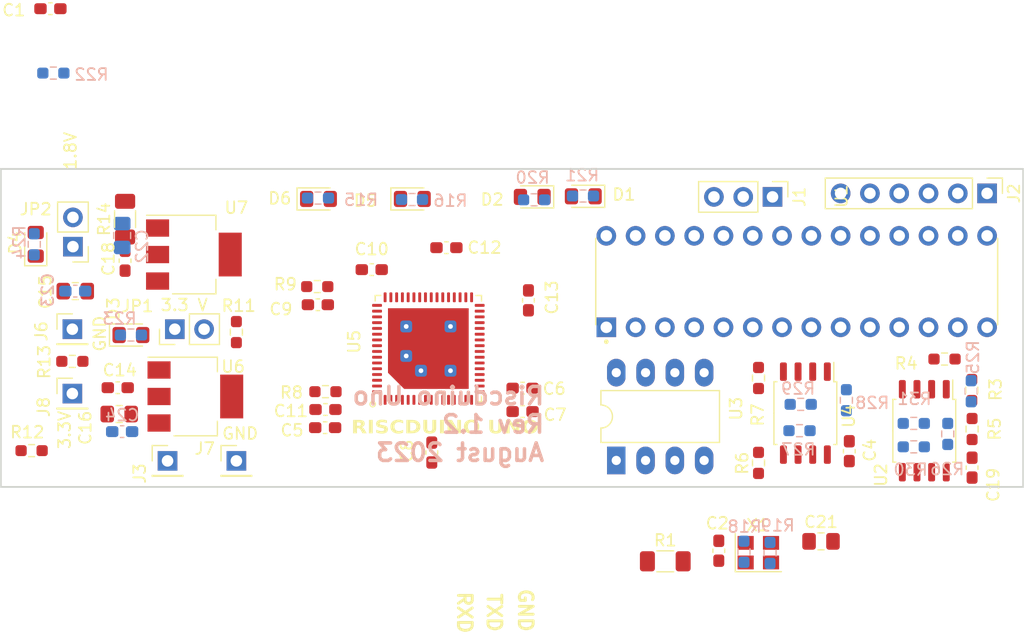
<source format=kicad_pcb>
(kicad_pcb (version 20221018) (generator pcbnew)
  (title_block (date "2023-07-21") (rev "1.0.2"))
  (layers (0 "F.Cu" jumper) (31 "B.Cu" signal) (34 "B.Paste" user) (35 "F.Paste" user) (36 "B.SilkS" user "B.Silkscreen") (37 "F.SilkS" user "F.Silkscreen") (38 "B.Mask" user) (39 "F.Mask" user) (44 "Edge.Cuts" user))
  (net 0 "")
  (net 1 "+5V")
  (net 2 "GND")
  (net 3 "+3.3VP")
  (net 4 "+3.3V")
  (net 7 "Net-(U7-VI)")
  (net 8 "ISP_MISO")
  (net 9 "ISP_SCK")
  (net 10 "ISP_MOSI")
  (net 11 "ISP_SSN")
  (net 12 "gpio")
  (net 13 "xclk")
  (net 14 "~{RST}")
  (net 15 "mprj_io_11")
  (net 16 "ardunio_a0")
  (net 17 "ardunio_a1")
  (net 18 "ardunio_a2")
  (net 19 "ardunio_a3")
  (net 20 "ardunio_a4")
  (net 21 "ardunio_a5")
  (net 22 "ardunio_d7")
  (net 23 "ardunio_d6")
  (net 24 "ardunio_d5")
  (net 25 "ardunio_d4")
  (net 26 "ardunio_d3")
  (net 27 "ardunio_d2")
  (net 28 "ardunio_d1")
  (net 29 "ardunio_d0")
  (net 30 "mprj_io_12")
  (net 31 "ardunio_d13")
  (net 32 "ardunio_d12")
  (net 33 "ardunio_d11")
  (net 34 "ardunio_d10")
  (net 35 "ardunio_d9")
  (net 36 "ardunio_d8")
  (net 38 "CARAVEL_FLASH_IO3")
  (net 39 "USER_FLASH_IO3")
  (net 40 "CARAVEL_FLASH_IO2")
  (net 41 "USER_FLASH_IO2")
  (net 42 "CARAVEL_FLASH_IO1")
  (net 43 "USER_FLASH_IO1")
  (net 44 "CARAVEL_FLASH_IO0")
  (net 45 "USER_FLASH_IO0")
  (net 46 "CARAVEL_FLASH_SCK")
  (net 47 "USER_FLASH_SCK")
  (net 48 "CARAVEL_FLASH_SSN")
  (net 49 "USER_FLASH_SSN")
  (net 50 "USER_SRAM_SSN")
  (net 51 "mprj_io_30")
  (net 52 "mprj_io_32")
  (net 53 "mprj_io_37")
  (net 54 "mprj_io_0")
  (net 55 "mprj_io_5_ser_rx")
  (net 56 "+1V8")
  (net 57 "Net-(X1-EN)")
  (net 58 "/vccd2")
  (net 59 "/vccd1")
  (net 61 "/vccd0")
  (net 62 "Net-(D1-A)")
  (net 63 "Net-(D2-A)")
  (net 64 "Net-(D3-A)")
  (net 65 "Net-(D4-A)")
  (net 66 "Net-(D5-A)")
  (net 67 "Net-(D6-A)")
  (net 69 "Net-(U7-ADJ)")
  (net 72 "Net-(U1-GND-Pad22)")
  (net 82 "/+1.8VP")
  (footprint "Connector_PinHeader_2.54mm:PinHeader_1x01_P2.54mm_Vertical" (layer "F.Cu") (at 57.3024 89.5858)
    (fp_text reference "J6" (at -2.6924 0.1778 90) (layer "F.SilkS") (effects (font (size 1.016 1.016) (thickness 0.1524))))
    (fp_text value "Conn_01x01" hide)
    (pad "1" thru_hole rect (at 0 0) (size 1.7 1.7) (drill 1) (layers "*.Cu" "*.Mask") (net 2 "GND"))
  )
  (footprint "Package_TO_SOT_SMD:SOT-223-3_TabPin2" (layer "F.Cu") (at 67.9704 95.4278)
    (fp_text reference "U6" (at 3.2766 -2.5908) (layer "F.SilkS") (effects (font (size 1.016 1.016) (thickness 0.1524))))
    (fp_text value "LM1117MP-3.3" hide)
    (pad "1" smd rect (at -3.15 -2.3) (size 2 1.5) (layers "F.Cu" "F.Paste" "F.Mask") (net 2 "GND"))
    (pad "2" smd rect (at -3.15 0) (size 2 1.5) (layers "F.Cu" "F.Paste" "F.Mask") (net 3 "+3.3VP"))
    (pad "2" smd rect (at 3.15 0) (size 2 3.8) (layers "F.Cu" "F.Paste" "F.Mask") (net 3 "+3.3VP"))
    (pad "3" smd rect (at -3.15 2.3) (size 2 1.5) (layers "F.Cu" "F.Paste" "F.Mask") (net 1 "+5V"))
  )
  (footprint "Resistor_SMD:R_1206_3216Metric_Pad1.30x1.75mm_HandSolder" (layer "F.Cu") (at 108.7198 109.7315)
    (fp_text reference "R1" (at 0 -1.82) (layer "F.SilkS"))
    (fp_text value "R")
    (pad "1" smd roundrect (at -1.55 0) (size 1.3 1.75) (layers "F.Cu" "F.Paste" "F.Mask") (roundrect_rratio 0.192308) (net 69 "Net-(U7-ADJ)"))
    (pad "2" smd roundrect (at 1.55 0) (size 1.3 1.75) (layers "F.Cu" "F.Paste" "F.Mask") (roundrect_rratio 0.192308) (net 2 "GND"))
  )
  (footprint "Package_SO:SOIC-8_5.23x5.23mm_P1.27mm" (layer "F.Cu") (at 131.181 98.3987 -90)
    (fp_text reference "U2" (at 3.8384 3.7554 90) (layer "F.SilkS") (effects (font (size 1.016 1.016) (thickness 0.1524))))
    (fp_text value "W25Q32JVSS" hide)
    (pad "1" smd roundrect (at -3.6 -1.905 270) (size 1.6 0.6) (layers "F.Cu" "F.Paste" "F.Mask") (net 49 "USER_FLASH_SSN"))
    (pad "2" smd roundrect (at -3.6 -0.635 270) (size 1.6 0.6) (layers "F.Cu" "F.Paste" "F.Mask") (net 43 "USER_FLASH_IO1"))
    (pad "3" smd roundrect (at -3.6 0.635 270) (size 1.6 0.6) (layers "F.Cu" "F.Paste" "F.Mask") (net 41 "USER_FLASH_IO2"))
    (pad "4" smd roundrect (at -3.6 1.905 270) (size 1.6 0.6) (layers "F.Cu" "F.Paste" "F.Mask") (net 2 "GND"))
    (pad "5" smd roundrect (at 3.6 1.905 270) (size 1.6 0.6) (layers "F.Cu" "F.Paste" "F.Mask") (net 45 "USER_FLASH_IO0"))
    (pad "6" smd roundrect (at 3.6 0.635 270) (size 1.6 0.6) (layers "F.Cu" "F.Paste" "F.Mask") (net 47 "USER_FLASH_SCK"))
    (pad "7" smd roundrect (at 3.6 -0.635 270) (size 1.6 0.6) (layers "F.Cu" "F.Paste" "F.Mask") (net 39 "USER_FLASH_IO3"))
    (pad "8" smd roundrect (at 3.6 -1.905 270) (size 1.6 0.6) (layers "F.Cu" "F.Paste" "F.Mask") (net 4 "+3.3V"))
  )
  (footprint "Package_TO_SOT_SMD:SOT-223-3_TabPin2" (layer "F.Cu") (at 67.8434 83.1088)
    (fp_text reference "U7" (at 3.683 -4.064) (layer "F.SilkS") (effects (font (size 1.016 1.016) (thickness 0.1524))))
    (fp_text value "LM1117S-ADJ" hide)
    (pad "1" smd rect (at -3.15 -2.3) (size 2 1.5) (layers "F.Cu" "F.Paste" "F.Mask") (net 69 "Net-(U7-ADJ)"))
    (pad "2" smd rect (at -3.15 0) (size 2 1.5) (layers "F.Cu" "F.Paste" "F.Mask") (net 82 "/+1.8VP"))
    (pad "2" smd rect (at 3.15 0) (size 2 3.8) (layers "F.Cu" "F.Paste" "F.Mask") (net 82 "/+1.8VP"))
    (pad "3" smd rect (at -3.15 2.3) (size 2 1.5) (layers "F.Cu" "F.Paste" "F.Mask") (net 7 "Net-(U7-VI)"))
  )
  (footprint "Connector_PinHeader_2.54mm:PinHeader_1x02_P2.54mm_Vertical" (layer "F.Cu") (at 66.1874 89.5858 90)
    (fp_text reference "JP1" (at 2.0066 -3.2462 180) (layer "F.SilkS") (effects (font (size 1.016 1.016) (thickness 0.1524))))
    (fp_text value "Jumper_2" hide)
    (pad "1" thru_hole rect (at 0 0 90) (size 1.7 1.7) (drill 1) (layers "*.Cu" "*.Mask") (net 3 "+3.3VP"))
    (pad "2" thru_hole oval (at 0 2.54 90) (size 1.7 1.7) (drill 1) (layers "*.Cu" "*.Mask") (net 4 "+3.3V"))
  )
  (footprint "Capacitor_SMD:C_0603_1608Metric_Pad1.08x0.95mm_HandSolder" (layer "F.Cu") (at 113.3602 108.8147 -90)
    (fp_text reference "C2" (at -2.3865 0.127 -180) (layer "F.SilkS") (effects (font (size 1.016 1.016) (thickness 0.1524))))
    (fp_text value "0.1uF" hide)
    (pad "1" smd roundrect (at -0.8625 0 270) (size 1.075 0.95) (layers "F.Cu" "F.Paste" "F.Mask") (net 4 "+3.3V"))
    (pad "2" smd roundrect (at 0.8625 0 270) (size 1.075 0.95) (layers "F.Cu" "F.Paste" "F.Mask") (net 2 "GND"))
  )
  (footprint "Connector_PinHeader_2.54mm:PinHeader_1x02_P2.54mm_Vertical" (layer "F.Cu") (at 57.3532 82.423 180)
    (fp_text reference "JP2" (at 3.2258 3.2512) (layer "F.SilkS") (effects (font (size 1.016 1.016) (thickness 0.1524))))
    (fp_text value "Jumper_2" hide)
    (pad "1" thru_hole rect (at 0 0 180) (size 1.7 1.7) (drill 1) (layers "*.Cu" "*.Mask") (net 82 "/+1.8VP"))
    (pad "2" thru_hole oval (at 0 2.54 180) (size 1.7 1.7) (drill 1) (layers "*.Cu" "*.Mask") (net 56 "+1V8"))
  )
  (footprint "Capacitor_SMD:C_0805_2012Metric_Pad1.18x1.45mm_HandSolder" (layer "F.Cu") (at 61.3664 96.9518 180)
    (fp_text reference "C16" (at 2.9464 -1.1938 90) (layer "F.SilkS") (effects (font (size 1.016 1.016) (thickness 0.1524))))
    (fp_text value "22uF" hide)
    (pad "1" smd roundrect (at -1.0375 0 180) (size 1.175 1.45) (layers "F.Cu" "F.Paste" "F.Mask") (roundrect_rratio 0.2127659574) (net 3 "+3.3VP"))
    (pad "2" smd roundrect (at 1.0375 0 180) (size 1.175 1.45) (layers "F.Cu" "F.Paste" "F.Mask") (roundrect_rratio 0.2127659574) (net 2 "GND"))
  )
  (footprint "Connector_PinHeader_2.54mm:PinHeader_1x01_P2.54mm_Vertical" (layer "F.Cu") (at 71.5264 101.0158)
    (fp_text reference "J7" (at -2.7432 -1.0668 180) (layer "F.SilkS") (effects (font (size 1.016 1.016) (thickness 0.1524))))
    (fp_text value "Conn_01x01" hide)
    (pad "1" thru_hole rect (at 0 0) (size 1.7 1.7) (drill 1) (layers "*.Cu" "*.Mask") (net 2 "GND"))
  )
  (footprint "Capacitor_SMD:C_0603_1608Metric_Pad1.08x0.95mm_HandSolder" (layer "F.Cu") (at 78.5923 87.4648)
    (fp_text reference "C9" (at -3.2015 0.381) (layer "F.SilkS") (effects (font (size 1.016 1.016) (thickness 0.1524))))
    (fp_text value "0.1uf" hide)
    (pad "1" smd roundrect (at -0.8625 0) (size 1.075 0.95) (layers "F.Cu" "F.Paste" "F.Mask") (net 2 "GND"))
    (pad "2" smd roundrect (at 0.8625 0) (size 1.075 0.95) (layers "F.Cu" "F.Paste" "F.Mask") (net 59 "/vccd1"))
  )
  (footprint "Capacitor_SMD:C_0603_1608Metric_Pad1.08x0.95mm_HandSolder" (layer "F.Cu") (at 83.2648 84.4168 180)
    (fp_text reference "C10" (at 0 1.778) (layer "F.SilkS") (effects (font (size 1.016 1.016) (thickness 0.1524))))
    (fp_text value "0.1uf" hide)
    (pad "1" smd roundrect (at -0.8625 0 180) (size 1.075 0.95) (layers "F.Cu" "F.Paste" "F.Mask") (net 4 "+3.3V"))
    (pad "2" smd roundrect (at 0.8625 0 180) (size 1.075 0.95) (layers "F.Cu" "F.Paste" "F.Mask") (net 2 "GND"))
  )
  (footprint "LED_SMD:LED_0805_2012Metric_Pad1.15x1.40mm_HandSolder" (layer "F.Cu") (at 62.3824 90.0938)
    (fp_text reference "D3" (at -1.524 -2.286 -90) (layer "F.SilkS") (effects (font (size 1.016 1.016) (thickness 0.1524))))
    (fp_text value "RED LED" hide)
    (pad "1" smd roundrect (at -1.025 0) (size 1.15 1.4) (layers "F.Cu" "F.Paste" "F.Mask") (roundrect_rratio 0.2173913043) (net 2 "GND"))
    (pad "2" smd roundrect (at 1.025 0) (size 1.15 1.4) (layers "F.Cu" "F.Paste" "F.Mask") (roundrect_rratio 0.2173913043) (net 64 "Net-(D3-A)"))
  )
  (footprint "Capacitor_SMD:C_0805_2012Metric_Pad1.18x1.45mm_HandSolder" (layer "F.Cu") (at 57.5564 86.2838 180)
    (fp_text reference "C15" (at 2.5908 -0.0762 270) (layer "F.SilkS") (effects (font (size 1.016 1.016) (thickness 0.1524))))
    (fp_text value "10uF" hide)
    (pad "1" smd roundrect (at -1.0375 0 180) (size 1.175 1.45) (layers "F.Cu" "F.Paste" "F.Mask") (roundrect_rratio 0.212766) (net 7 "Net-(U7-VI)"))
    (pad "2" smd roundrect (at 1.0375 0 180) (size 1.175 1.45) (layers "F.Cu" "F.Paste" "F.Mask") (roundrect_rratio 0.212766) (net 2 "GND"))
  )
  (footprint "Capacitor_SMD:C_0805_2012Metric_Pad1.18x1.45mm_HandSolder" (layer "F.Cu") (at 122.2248 108.0008)
    (fp_text reference "C21" (at 0 -1.68) (layer "F.SilkS"))
    (fp_text value "10uF")
    (pad "1" smd roundrect (at -1.0375 0) (size 1.175 1.45) (layers "F.Cu" "F.Paste" "F.Mask") (roundrect_rratio 0.212766) (net 1 "+5V"))
    (pad "2" smd roundrect (at 1.0375 0) (size 1.175 1.45) (layers "F.Cu" "F.Paste" "F.Mask") (roundrect_rratio 0.212766) (net 2 "GND"))
  )
  (footprint "LED_SMD:LED_0805_2012Metric_Pad1.15x1.40mm_HandSolder" (layer "F.Cu") (at 101.609 78.0542 180)
    (fp_text reference "D1" (at -3.5306 0.1524) (layer "F.SilkS") (effects (font (size 1.016 1.016) (thickness 0.1524))))
    (fp_text value "GREEN LED" hide)
    (pad "1" smd roundrect (at -1.025 0 180) (size 1.15 1.4) (layers "F.Cu" "F.Paste" "F.Mask") (roundrect_rratio 0.2173913043) (net 27 "ardunio_d2"))
    (pad "2" smd roundrect (at 1.025 0 180) (size 1.15 1.4) (layers "F.Cu" "F.Paste" "F.Mask") (roundrect_rratio 0.2173913043) (net 62 "Net-(D1-A)"))
  )
  (footprint "Capacitor_SMD:C_0603_1608Metric_Pad1.08x0.95mm_HandSolder" (layer "F.Cu") (at 135.325 101.6032 90)
    (fp_text reference "C19" (at -1.4975 1.8288 90) (layer "F.SilkS") (effects (font (size 1.016 1.016) (thickness 0.1524))))
    (fp_text value "0.1uf" hide)
    (pad "1" smd roundrect (at -0.8625 0 90) (size 1.075 0.95) (layers "F.Cu" "F.Paste" "F.Mask") (net 4 "+3.3V"))
    (pad "2" smd roundrect (at 0.8625 0 90) (size 1.075 0.95) (layers "F.Cu" "F.Paste" "F.Mask") (net 2 "GND"))
  )
  (footprint "Capacitor_SMD:C_0603_1608Metric_Pad1.08x0.95mm_HandSolder" (layer "F.Cu") (at 79.2516 96.558 180)
    (fp_text reference "C11" (at 2.9983 -0.127) (layer "F.SilkS") (effects (font (size 1.016 1.016) (thickness 0.1524))))
    (fp_text value "0.1uf" hide)
    (pad "1" smd roundrect (at -0.8625 0 180) (size 1.075 0.95) (layers "F.Cu" "F.Paste" "F.Mask") (net 58 "/vccd2"))
    (pad "2" smd roundrect (at 0.8625 0 180) (size 1.075 0.95) (layers "F.Cu" "F.Paste" "F.Mask") (net 2 "GND"))
  )
  (footprint "Package_SO:SOIC-8_5.23x5.23mm_P1.27mm" (layer "F.Cu") (at 120.8686 96.8717 -90)
    (fp_text reference "U4" (at 0.254 -3.763 90) (layer "F.SilkS") (effects (font (size 1.016 1.016) (thickness 0.1524))))
    (fp_text value "W25Q32JVSS" hide)
    (pad "1" smd roundrect (at -3.6 -1.905 270) (size 1.6 0.6) (layers "F.Cu" "F.Paste" "F.Mask") (net 48 "CARAVEL_FLASH_SSN"))
    (pad "2" smd roundrect (at -3.6 -0.635 270) (size 1.6 0.6) (layers "F.Cu" "F.Paste" "F.Mask") (net 42 "CARAVEL_FLASH_IO1"))
    (pad "3" smd roundrect (at -3.6 0.635 270) (size 1.6 0.6) (layers "F.Cu" "F.Paste" "F.Mask") (net 40 "CARAVEL_FLASH_IO2"))
    (pad "4" smd roundrect (at -3.6 1.905 270) (size 1.6 0.6) (layers "F.Cu" "F.Paste" "F.Mask") (net 2 "GND"))
    (pad "5" smd roundrect (at 3.6 1.905 270) (size 1.6 0.6) (layers "F.Cu" "F.Paste" "F.Mask") (net 44 "CARAVEL_FLASH_IO0"))
    (pad "6" smd roundrect (at 3.6 0.635 270) (size 1.6 0.6) (layers "F.Cu" "F.Paste" "F.Mask") (net 46 "CARAVEL_FLASH_SCK"))
    (pad "7" smd roundrect (at 3.6 -0.635 270) (size 1.6 0.6) (layers "F.Cu" "F.Paste" "F.Mask") (net 38 "CARAVEL_FLASH_IO3"))
    (pad "8" smd roundrect (at 3.6 -1.905 270) (size 1.6 0.6) (layers "F.Cu" "F.Paste" "F.Mask") (net 4 "+3.3V"))
  )
  (footprint "Resistor_SMD:R_0603_1608Metric_Pad0.98x0.95mm_HandSolder" (layer "F.Cu") (at 71.5264 89.8398 90)
    (fp_text reference "R11" (at 2.286 0.2032) (layer "F.SilkS") (effects (font (size 1.016 1.016) (thickness 0.1524))))
    (fp_text value "DNI" hide)
    (pad "1" smd roundrect (at -0.9125 0 90) (size 0.975 0.95) (layers "F.Cu" "F.Paste" "F.Mask") (net 1 "+5V"))
    (pad "2" smd roundrect (at 0.9125 0 90) (size 0.975 0.95) (layers "F.Cu" "F.Paste" "F.Mask") (net 7 "Net-(U7-VI)"))
  )
  (footprint "Connector_PinHeader_2.54mm:PinHeader_1x01_P2.54mm_Vertical" (layer "F.Cu") (at 57.3024 95.1738)
    (fp_text reference "J8" (at -2.4892 1.1684 270) (layer "F.SilkS") (effects (font (size 1.016 1.016) (thickness 0.1524))))
    (fp_text value "Conn_01x01" hide)
    (pad "1" thru_hole rect (at 0 0) (size 1.7 1.7) (drill 1) (layers "*.Cu" "*.Mask") (net 4 "+3.3V"))
  )
  (footprint "Resistor_SMD:R_0603_1608Metric_Pad0.98x0.95mm_HandSolder" (layer "F.Cu") (at 53.7699 100.1268)
    (fp_text reference "R12" (at -0.3791 -1.6002) (layer "F.SilkS") (effects (font (size 1.016 1.016) (thickness 0.1524))))
    (fp_text value "0E" hide)
    (pad "1" smd roundrect (at -0.9125 0) (size 0.975 0.95) (layers "F.Cu" "F.Paste" "F.Mask") (net 61 "/vccd0"))
    (pad "2" smd roundrect (at 0.9125 0) (size 0.975 0.95) (layers "F.Cu" "F.Paste" "F.Mask") (net 56 "+1V8"))
  )
  (footprint "Resistor_SMD:R_0603_1608Metric_Pad0.98x0.95mm_HandSolder" (layer "F.Cu") (at 116.8046 101.1897 90)
    (fp_text reference "R6" (at -0.0254 -1.4186 90) (layer "F.SilkS") (effects (font (size 1.016 1.016) (thickness 0.1524))))
    (fp_text value "10K" hide)
    (pad "1" smd roundrect (at -0.9125 0 90) (size 0.975 0.95) (layers "F.Cu" "F.Paste" "F.Mask") (net 4 "+3.3V"))
    (pad "2" smd roundrect (at 0.9125 0 90) (size 0.975 0.95) (layers "F.Cu" "F.Paste" "F.Mask") (net 42 "CARAVEL_FLASH_IO1"))
  )
  (footprint "Resistor_SMD:R_0603_1608Metric_Pad0.98x0.95mm_HandSolder" (layer "F.Cu") (at 116.8046 93.8237 -90)
    (fp_text reference "R7" (at 3.2004 0.0724 90) (layer "F.SilkS") (effects (font (size 1.016 1.016) (thickness 0.1524))))
    (fp_text value "10K" hide)
    (pad "1" smd roundrect (at -0.9125 0 270) (size 0.975 0.95) (layers "F.Cu" "F.Paste" "F.Mask") (net 4 "+3.3V"))
    (pad "2" smd roundrect (at 0.9125 0 270) (size 0.975 0.95) (layers "F.Cu" "F.Paste" "F.Mask") (net 40 "CARAVEL_FLASH_IO2"))
  )
  (footprint "Capacitor_SMD:C_0603_1608Metric_Pad1.08x0.95mm_HandSolder" (layer "F.Cu") (at 89.7418 82.5118)
    (fp_text reference "C12" (at 3.302 0) (layer "F.SilkS") (effects (font (size 1.016 1.016) (thickness 0.1524))))
    (fp_text value "0.1uf" hide)
    (pad "1" smd roundrect (at -0.8625 0) (size 1.075 0.95) (layers "F.Cu" "F.Paste" "F.Mask") (net 4 "+3.3V"))
    (pad "2" smd roundrect (at 0.8625 0) (size 1.075 0.95) (layers "F.Cu" "F.Paste" "F.Mask") (net 2 "GND"))
  )
  (footprint "Capacitor_SMD:C_0603_1608Metric_Pad1.08x0.95mm_HandSolder" (layer "F.Cu") (at 96.8538 87.0838 -90)
    (fp_text reference "C13" (at -0.254 -2.032 90) (layer "F.SilkS") (effects (font (size 1.016 1.016) (thickness 0.1524))))
    (fp_text value "0.1uf" hide)
    (pad "1" smd roundrect (at -0.8625 0 270) (size 1.075 0.95) (layers "F.Cu" "F.Paste" "F.Mask") (net 4 "+3.3V"))
    (pad "2" smd roundrect (at 0.8625 0 270) (size 1.075 0.95) (layers "F.Cu" "F.Paste" "F.Mask") (net 2 "GND"))
  )
  (footprint "Resistor_SMD:R_0603_1608Metric_Pad0.98x0.95mm_HandSolder" (layer "F.Cu") (at 132.9355 92.1787 180)
    (fp_text reference "R4" (at 3.3255 -0.381) (layer "F.SilkS") (effects (font (size 1.016 1.016) (thickness 0.1524))))
    (fp_text value "10K" hide)
    (pad "1" smd roundrect (at -0.9125 0 180) (size 0.975 0.95) (layers "F.Cu" "F.Paste" "F.Mask") (net 4 "+3.3V"))
    (pad "2" smd roundrect (at 0.9125 0 180) (size 0.975 0.95) (layers "F.Cu" "F.Paste" "F.Mask") (net 38 "CARAVEL_FLASH_IO3"))
  )
  (footprint "Connector_PinHeader_2.54mm:PinHeader_1x01_P2.54mm_Vertical" (layer "F.Cu") (at 65.5574 101.0158)
    (fp_text reference "J3" (at -2.413 1.0922 90) (layer "F.SilkS") (effects (font (size 1.016 1.016) (thickness 0.1524))))
    (fp_text value "Conn_01x01" hide)
    (pad "1" thru_hole rect (at 0 0) (size 1.7 1.7) (drill 1) (layers "*.Cu" "*.Mask") (net 56 "+1V8"))
  )
  (footprint "Package_DIP:DIP-8_W7.62mm_LongPads" (layer "F.Cu") (at 104.4702 100.9772 90)
    (fp_text reference "U3" (at 4.4958 10.3886 90) (layer "F.SilkS") (effects (font (size 1.016 1.016) (thickness 0.1524))))
    (fp_text value "23LC1024-I/P " hide)
    (pad "1" thru_hole rect (at 0 0 90) (size 2.4 1.6) (drill 0.8) (layers "*.Cu" "*.Mask") (net 50 "USER_SRAM_SSN"))
    (pad "2" thru_hole oval (at 0 2.54 90) (size 2.4 1.6) (drill 0.8) (layers "*.Cu" "*.Mask") (net 43 "USER_FLASH_IO1"))
    (pad "3" thru_hole oval (at 0 5.08 90) (size 2.4 1.6) (drill 0.8) (layers "*.Cu" "*.Mask") (net 41 "USER_FLASH_IO2"))
    (pad "4" thru_hole oval (at 0 7.62 90) (size 2.4 1.6) (drill 0.8) (layers "*.Cu" "*.Mask") (net 2 "GND"))
    (pad "5" thru_hole oval (at 7.62 7.62 90) (size 2.4 1.6) (drill 0.8) (layers "*.Cu" "*.Mask") (net 45 "USER_FLASH_IO0"))
    (pad "6" thru_hole oval (at 7.62 5.08 90) (size 2.4 1.6) (drill 0.8) (layers "*.Cu" "*.Mask") (net 47 "USER_FLASH_SCK"))
    (pad "7" thru_hole oval (at 7.62 2.54 90) (size 2.4 1.6) (drill 0.8) (layers "*.Cu" "*.Mask") (net 39 "USER_FLASH_IO3"))
    (pad "8" thru_hole oval (at 7.62 0 90) (size 2.4 1.6) (drill 0.8) (layers "*.Cu" "*.Mask") (net 4 "+3.3V"))
  )
  (footprint "Capacitor_SMD:C_0603_1608Metric_Pad1.08x0.95mm_HandSolder" (layer "F.Cu") (at 79.2251 98.1328)
    (fp_text reference "C5" (at -2.8702 0.2286) (layer "F.SilkS") (effects (font (size 1.016 1.016) (thickness 0.1524))))
    (fp_text value "0.1uf" hide)
    (pad "1" smd roundrect (at -0.8625 0) (size 1.075 0.95) (layers "F.Cu" "F.Paste" "F.Mask") (net 2 "GND"))
    (pad "2" smd roundrect (at 0.8625 0) (size 1.075 0.95) (layers "F.Cu" "F.Paste" "F.Mask") (net 4 "+3.3V"))
  )
  (footprint "Resistor_SMD:R_0603_1608Metric_Pad0.98x0.95mm_HandSolder" (layer "F.Cu") (at 135.2996 94.8692 -90)
    (fp_text reference "R3" (at -0.0478 -2.0612 90) (layer "F.SilkS") (effects (font (size 1.016 1.016) (thickness 0.1524))))
    (fp_text value "10K" hide)
    (pad "1" smd roundrect (at -0.9125 0 270) (size 0.975 0.95) (layers "F.Cu" "F.Paste" "F.Mask") (net 4 "+3.3V"))
    (pad "2" smd roundrect (at 0.9125 0 270) (size 0.975 0.95) (layers "F.Cu" "F.Paste" "F.Mask") (net 39 "USER_FLASH_IO3"))
  )
  (footprint "Capacitor_SMD:C_0603_1608Metric_Pad1.08x0.95mm_HandSolder" (layer "F.Cu") (at 96.3458 94.7038 180)
    (fp_text reference "C6" (at -2.7432 -0.0508) (layer "F.SilkS") (effects (font (size 1.016 1.016) (thickness 0.1524))))
    (fp_text value "0.1uf" hide)
    (pad "1" smd roundrect (at -0.8625 0 180) (size 1.075 0.95) (layers "F.Cu" "F.Paste" "F.Mask") (net 2 "GND"))
    (pad "2" smd roundrect (at 0.8625 0 180) (size 1.075 0.95) (layers "F.Cu" "F.Paste" "F.Mask") (net 61 "/vccd0"))
  )
  (footprint "Riscduino:ATMEG8_28Pin_Jumper" (layer "F.Cu") (at 120.1166 85.4522 90)
    (fp_text reference "U1" (at 7.398 3.8862 90) (layer "F.SilkS"))
    (fp_text value "ATMEGA8-16PU" hide)
    (pad "1" thru_hole rect (at -3.969 -16.51 90) (size 1.7 1.7) (drill 1) (layers "*.Cu" "*.Mask"))
    (pad "2" thru_hole oval (at -3.969 -13.97 90) (size 1.7 1.7) (drill 1) (layers "*.Cu" "*.Mask"))
    (pad "3" thru_hole oval (at -3.969 -11.43 90) (size 1.7 1.7) (drill 1) (layers "*.Cu" "*.Mask"))
    (pad "4" thru_hole oval (at -3.969 -8.89 90) (size 1.7 1.7) (drill 1) (layers "*.Cu" "*.Mask"))
    (pad "5" thru_hole oval (at -3.969 -6.35 90) (size 1.7 1.7) (drill 1) (layers "*.Cu" "*.Mask"))
    (pad "6" thru_hole oval (at -3.969 -3.81 90) (size 1.7 1.7) (drill 1) (layers "*.Cu" "*.Mask"))
    (pad "7" thru_hole oval (at -3.969 -1.27 90) (size 1.7 1.7) (drill 1) (layers "*.Cu" "*.Mask"))
    (pad "8" thru_hole oval (at -3.969 1.27 90) (size 1.7 1.7) (drill 1) (layers "*.Cu" "*.Mask") (net 72 "Net-(U1-GND-Pad22)"))
    (pad "9" thru_hole oval (at -3.969 3.81 90) (size 1.7 1.7) (drill 1) (layers "*.Cu" "*.Mask"))
    (pad "10" thru_hole oval (at -3.969 6.35 90) (size 1.7 1.7) (drill 1) (layers "*.Cu" "*.Mask"))
    (pad "11" thru_hole oval (at -3.969 8.89 90) (size 1.7 1.7) (drill 1) (layers "*.Cu" "*.Mask"))
    (pad "12" thru_hole oval (at -3.969 11.43 90) (size 1.7 1.7) (drill 1) (layers "*.Cu" "*.Mask"))
    (pad "13" thru_hole oval (at -3.969 13.97 90) (size 1.7 1.7) (drill 1) (layers "*.Cu" "*.Mask"))
    (pad "14" thru_hole oval (at -3.969 16.51 90) (size 1.7 1.7) (drill 1) (layers "*.Cu" "*.Mask"))
    (pad "15" thru_hole oval (at 3.969 16.51 90) (size 1.7 1.7) (drill 1) (layers "*.Cu" "*.Mask"))
    (pad "16" thru_hole oval (at 3.969 13.97 90) (size 1.7 1.7) (drill 1) (layers "*.Cu" "*.Mask"))
    (pad "17" thru_hole oval (at 3.969 11.43 90) (size 1.7 1.7) (drill 1) (layers "*.Cu" "*.Mask"))
    (pad "18" thru_hole oval (at 3.969 8.89 90) (size 1.7 1.7) (drill 1) (layers "*.Cu" "*.Mask"))
    (pad "19" thru_hole oval (at 3.969 6.35 90) (size 1.7 1.7) (drill 1) (layers "*.Cu" "*.Mask"))
    (pad "20" thru_hole oval (at 3.969 3.81 90) (size 1.7 1.7) (drill 1) (layers "*.Cu" "*.Mask"))
    (pad "21" thru_hole oval (at 3.969 1.27 90) (size 1.7 1.7) (drill 1) (layers "*.Cu" "*.Mask"))
    (pad "22" thru_hole oval (at 3.969 -1.27 90) (size 1.7 1.7) (drill 1) (layers "*.Cu" "*.Mask") (net 72 "Net-(U1-GND-Pad22)"))
    (pad "23" thru_hole oval (at 3.969 -3.81 90) (size 1.7 1.7) (drill 1) (layers "*.Cu" "*.Mask"))
    (pad "24" thru_hole oval (at 3.969 -6.35 90) (size 1.7 1.7) (drill 1) (layers "*.Cu" "*.Mask"))
    (pad "25" thru_hole oval (at 3.969 -8.89 90) (size 1.7 1.7) (drill 1) (layers "*.Cu" "*.Mask"))
    (pad "26" thru_hole oval (at 3.969 -11.43 90) (size 1.7 1.7) (drill 1) (layers "*.Cu" "*.Mask"))
    (pad "27" thru_hole oval (at 3.969 -13.97 90) (size 1.7 1.7) (drill 1) (layers "*.Cu" "*.Mask"))
    (pad "28" thru_hole oval (at 3.969 -16.51 90) (size 1.7 1.7) (drill 1) (layers "*.Cu" "*.Mask"))
  )
  (footprint "Resistor_SMD:R_0603_1608Metric_Pad0.98x0.95mm_HandSolder" (layer "F.Cu") (at 79.2516 95.0086)
    (fp_text reference "R8" (at -2.9464 0.0762) (layer "F.SilkS") (effects (font (size 1.016 1.016) (thickness 0.1524))))
    (fp_text value "0E" hide)
    (pad "1" smd roundrect (at -0.9125 0) (size 0.975 0.95) (layers "F.Cu" "F.Paste" "F.Mask") (net 56 "+1V8"))
    (pad "2" smd roundrect (at 0.9125 0) (size 0.975 0.95) (layers "F.Cu" "F.Paste" "F.Mask") (net 58 "/vccd2"))
  )
  (footprint "Connector_PinHeader_2.54mm:PinHeader_1x03_P2.54mm_Vertical" (layer "F.Cu") (at 118.0188 78.105 -90)
    (fp_text reference "J1" (at 0 -2.33 90) (layer "F.SilkS"))
    (fp_text value "Conn_01x03_Pin" hide)
    (pad "1" thru_hole rect (at 0 0 270) (size 1.7 1.7) (drill 1) (layers "*.Cu" "*.Mask") (net 2 "GND"))
    (pad "2" thru_hole oval (at 0 2.54 270) (size 1.7 1.7) (drill 1) (layers "*.Cu" "*.Mask") (net 28 "ardunio_d1"))
    (pad "3" thru_hole oval (at 0 5.08 270) (size 1.7 1.7) (drill 1) (layers "*.Cu" "*.Mask") (net 29 "ardunio_d0"))
  )
  (footprint "Resistor_SMD:R_0603_1608Metric_Pad0.98x0.95mm_HandSolder" (layer "F.Cu") (at 57.3024 92.3798)
    (fp_text reference "R13" (at -2.4384 0.0508 -90) (layer "F.SilkS") (effects (font (size 1.016 1.016) (thickness 0.1524))))
    (fp_text value "0E" hide)
    (pad "1" smd roundrect (at -0.9125 0) (size 0.975 0.95) (layers "F.Cu" "F.Paste" "F.Mask") (net 3 "+3.3VP"))
    (pad "2" smd roundrect (at 0.9125 0) (size 0.975 0.95) (layers "F.Cu" "F.Paste" "F.Mask") (net 7 "Net-(U7-VI)"))
  )
  (footprint "Riscduino.Library:RISCDUINO_QFN-64-1EP_9x9mm_P0.5mm_EP7.65x7.65mm_Ver1.1" (layer "F.Cu") (at 84.4238 95.7198 90)
    (fp_text reference "U5" (at 5.045 -2.683 90) (layer "F.SilkS") (effects (font (size 1.016 1.016) (thickness 0.1524))))
    (fp_text value "Riscduino" hide)
    (pad "1" smd roundrect (at 0 0 90) (size 0.85 0.25) (layers "F.Cu" "F.Paste" "F.Mask") (net 2 "GND"))
    (pad "2" smd roundrect (at 0 0.5 90) (size 0.85 0.25) (layers "F.Cu" "F.Paste" "F.Mask") (net 19 "ardunio_a3"))
    (pad "3" smd roundrect (at 0 1 90) (size 0.85 0.25) (layers "F.Cu" "F.Paste" "F.Mask") (net 20 "ardunio_a4"))
    (pad "4" smd roundrect (at 0 1.5 90) (size 0.85 0.25) (layers "F.Cu" "F.Paste" "F.Mask") (net 21 "ardunio_a5"))
    (pad "5" smd roundrect (at 0 2 90) (size 0.85 0.25) (layers "F.Cu" "F.Paste" "F.Mask") (net 47 "USER_FLASH_SCK"))
    (pad "6" smd roundrect (at 0 2.5 90) (size 0.85 0.25) (layers "F.Cu" "F.Paste" "F.Mask") (net 49 "USER_FLASH_SSN"))
    (pad "7" smd roundrect (at 0 3 90) (size 0.85 0.25) (layers "F.Cu" "F.Paste" "F.Mask") (net 51 "mprj_io_30"))
    (pad "8" smd roundrect (at 0 3.5 90) (size 0.85 0.25) (layers "F.Cu" "F.Paste" "F.Mask") (net 50 "USER_SRAM_SSN"))
    (pad "9" smd roundrect (at 0 4 90) (size 0.85 0.25) (layers "F.Cu" "F.Paste" "F.Mask") (net 4 "+3.3V"))
    (pad "10" smd roundrect (at 0 4.5 90) (size 0.85 0.25) (layers "F.Cu" "F.Paste" "F.Mask") (net 2 "GND"))
    (pad "11" smd roundrect (at 0 5 90) (size 0.85 0.25) (layers "F.Cu" "F.Paste" "F.Mask") (net 52 "mprj_io_32"))
    (pad "12" smd roundrect (at 0 5.5 90) (size 0.85 0.25) (layers "F.Cu" "F.Paste" "F.Mask") (net 45 "USER_FLASH_IO0"))
    (pad "13" smd roundrect (at 0 6 90) (size 0.85 0.25) (layers "F.Cu" "F.Paste" "F.Mask") (net 43 "USER_FLASH_IO1"))
    (pad "14" smd roundrect (at 0 6.5 90) (size 0.85 0.25) (layers "F.Cu" "F.Paste" "F.Mask") (net 41 "USER_FLASH_IO2"))
    (pad "15" smd roundrect (at 0 7 90) (size 0.85 0.25) (layers "F.Cu" "F.Paste" "F.Mask") (net 39 "USER_FLASH_IO3"))
    (pad "16" smd roundrect (at 0 7.5 90) (size 0.85 0.25) (layers "F.Cu" "F.Paste" "F.Mask") (net 53 "mprj_io_37"))
    (pad "17" smd roundrect (at 0.7 8.2 90) (size 0.25 0.85) (layers "F.Cu" "F.Paste" "F.Mask") (net 4 "+3.3V"))
    (pad "18" smd roundrect (at 1.2 8.2 90) (size 0.25 0.85) (layers "F.Cu" "F.Paste" "F.Mask") (net 61 "/vccd0"))
    (pad "19" smd roundrect (at 1.7 8.2 90) (size 0.25 0.85) (layers "F.Cu" "F.Paste" "F.Mask"))
    (pad "20" smd roundrect (at 2.2 8.2 90) (size 0.25 0.85) (layers "F.Cu" "F.Paste" "F.Mask") (net 2 "GND"))
    (pad "21" smd roundrect (at 2.7 8.2 90) (size 0.25 0.85) (layers "F.Cu" "F.Paste" "F.Mask") (net 14 "~{RST}"))
    (pad "22" smd roundrect (at 3.2 8.2 90) (size 0.25 0.85) (layers "F.Cu" "F.Paste" "F.Mask") (net 13 "xclk"))
    (pad "23" smd roundrect (at 3.7 8.2 90) (size 0.25 0.85) (layers "F.Cu" "F.Paste" "F.Mask") (net 2 "GND"))
    (pad "24" smd roundrect (at 4.2 8.2 90) (size 0.25 0.85) (layers "F.Cu" "F.Paste" "F.Mask") (net 46 "CARAVEL_FLASH_SCK"))
    (pad "25" smd roundrect (at 4.7 8.2 90) (size 0.25 0.85) (layers "F.Cu" "F.Paste" "F.Mask") (net 48 "CARAVEL_FLASH_SSN"))
    (pad "26" smd roundrect (at 5.2 8.2 90) (size 0.25 0.85) (layers "F.Cu" "F.Paste" "F.Mask") (net 44 "CARAVEL_FLASH_IO0"))
    (pad "27" smd roundrect (at 5.7 8.2 90) (size 0.25 0.85) (layers "F.Cu" "F.Paste" "F.Mask") (net 42 "CARAVEL_FLASH_IO1"))
    (pad "28" smd roundrect (at 6.2 8.2 90) (size 0.25 0.85) (layers "F.Cu" "F.Paste" "F.Mask") (net 12 "gpio"))
    (pad "29" smd roundrect (at 6.7 8.2 90) (size 0.25 0.85) (layers "F.Cu" "F.Paste" "F.Mask") (net 2 "GND"))
    (pad "30" smd roundrect (at 7.2 8.2 90) (size 0.25 0.85) (layers "F.Cu" "F.Paste" "F.Mask") (net 4 "+3.3V"))
    (pad "31" smd roundrect (at 7.7 8.2 90) (size 0.25 0.85) (layers "F.Cu" "F.Paste" "F.Mask") (net 54 "mprj_io_0"))
    (pad "32" smd roundrect (at 8.2 8.2 90) (size 0.25 0.85) (layers "F.Cu" "F.Paste" "F.Mask") (net 8 "ISP_MISO"))
    (pad "33" smd roundrect (at 8.9 7.5 90) (size 0.85 0.25) (layers "F.Cu" "F.Paste" "F.Mask") (net 10 "ISP_MOSI"))
    (pad "34" smd roundrect (at 8.9 7 90) (size 0.85 0.25) (layers "F.Cu" "F.Paste" "F.Mask") (net 11 "ISP_SSN"))
    (pad "35" smd roundrect (at 8.9 6.5 90) (size 0.85 0.25) (layers "F.Cu" "F.Paste" "F.Mask") (net 9 "ISP_SCK"))
    (pad "36" smd roundrect (at 8.9 6 90) (size 0.85 0.25) (layers "F.Cu" "F.Paste" "F.Mask") (net 55 "mprj_io_5_ser_rx"))
    (pad "37" smd roundrect (at 8.9 5.5 90) (size 0.85 0.25) (layers "F.Cu" "F.Paste" "F.Mask") (net 29 "ardunio_d0"))
    (pad "38" smd roundrect (at 8.9 5 90) (size 0.85 0.25) (layers "F.Cu" "F.Paste" "F.Mask") (net 2 "GND"))
    (pad "39" smd roundrect (at 8.9 4.5 90) (size 0.85 0.25) (layers "F.Cu" "F.Paste" "F.Mask") (net 2 "GND"))
    (pad "40" smd roundrect (at 8.9 4 90) (size 0.85 0.25) (layers "F.Cu" "F.Paste" "F.Mask") (net 4 "+3.3V"))
    (pad "41" smd roundrect (at 8.9 3.5 90) (size 0.85 0.25) (layers "F.Cu" "F.Paste" "F.Mask") (net 28 "ardunio_d1"))
    (pad "42" smd roundrect (at 8.9 3 90) (size 0.85 0.25) (layers "F.Cu" "F.Paste" "F.Mask") (net 27 "ardunio_d2"))
    (pad "43" smd roundrect (at 8.9 2.5 90) (size 0.85 0.25) (layers "F.Cu" "F.Paste" "F.Mask") (net 26 "ardunio_d3"))
    (pad "44" smd roundrect (at 8.9 2 90) (size 0.85 0.25) (layers "F.Cu" "F.Paste" "F.Mask") (net 25 "ardunio_d4"))
    (pad "45" smd roundrect (at 8.9 1.5 90) (size 0.85 0.25) (layers "F.Cu" "F.Paste" "F.Mask") (net 15 "mprj_io_11"))
    (pad "46" smd roundrect (at 8.9 1 90) (size 0.85 0.25) (layers "F.Cu" "F.Paste" "F.Mask") (net 30 "mprj_io_12"))
    (pad "47" smd roundrect (at 8.9 0.5 90) (size 0.85 0.25) (layers "F.Cu" "F.Paste" "F.Mask") (net 4 "+3.3V"))
    (pad "48" smd roundrect (at 8.9 0 90) (size 0.85 0.25) (layers "F.Cu" "F.Paste" "F.Mask") (net 24 "ardunio_d5"))
    (pad "49" smd roundrect (at 8.2 -0.7 90) (size 0.25 0.85) (layers "F.Cu" "F.Paste" "F.Mask") (net 59 "/vccd1"))
    (pad "50" smd roundrect (at 7.7 -0.7 90) (size 0.25 0.85) (layers "F.Cu" "F.Paste" "F.Mask") (net 23 "ardunio_d6"))
    (pad "51" smd roundrect (at 7.2 -0.7 90) (size 0.25 0.85) (layers "F.Cu" "F.Paste" "F.Mask") (net 22 "ardunio_d7"))
    (pad "52" smd roundrect (at 6.7 -0.7 90) (size 0.25 0.85) (layers "F.Cu" "F.Paste" "F.Mask") (net 2 "GND"))
    (pad "53" smd roundrect (at 6.2 -0.7 90) (size 0.25 0.85) (layers "F.Cu" "F.Paste" "F.Mask") (net 36 "ardunio_d8"))
    (pad "54" smd roundrect (at 5.7 -0.7 90) (size 0.25 0.85) (layers "F.Cu" "F.Paste" "F.Mask") (net 35 "ardunio_d9"))
    (pad "55" smd roundrect (at 5.2 -0.7 90) (size 0.25 0.85) (layers "F.Cu" "F.Paste" "F.Mask") (net 34 "ardunio_d10"))
    (pad "56" smd roundrect (at 4.7 -0.7 90) (size 0.25 0.85) (layers "F.Cu" "F.Paste" "F.Mask") (net 2 "GND"))
    (pad "57" smd roundrect (at 4.2 -0.7 90) (size 0.25 0.85) (layers "F.Cu" "F.Paste" "F.Mask") (net 33 "ardunio_d11"))
    (pad "58" smd roundrect (at 3.7 -0.7 90) (size 0.25 0.85) (layers "F.Cu" "F.Paste" "F.Mask") (net 32 "ardunio_d12"))
    (pad "59" smd roundrect (at 3.2 -0.7 90) (size 0.25 0.85) (layers "F.Cu" "F.Paste" "F.Mask") (net 31 "ardunio_d13"))
    (pad "60" smd roundrect (at 2.7 -0.7 90) (size 0.25 0.85) (layers "F.Cu" "F.Paste" "F.Mask") (net 16 "ardunio_a0"))
    (pad "61" smd roundrect (at 2.2 -0.7 90) (size 0.25 0.85) (layers "F.Cu" "F.Paste" "F.Mask") (net 17 "ardunio_a1"))
    (pad "62" smd roundrect (at 1.7 -0.7 90) (size 0.25 0.85) (layers "F.Cu" "F.Paste" "F.Mask") (net 18 "ardunio_a2"))
    (pad "63" smd roundrect (at 1.2 -0.7 90) (size 0.25 0.85) (layers "F.Cu" "F.Paste" "F.Mask") (net 58 "/vccd2"))
    (pad "64" smd roundrect (at 0.7 -0.7 90) (size 0.25 0.85) (layers "F.Cu" "F.Paste" "F.Mask") (net 4 "+3.3V"))
    (pad "65" thru_hole roundrect (at 2.53 3.11 90) (size 1.03 1.03) (drill 0.4064) (layers "*.Cu" "*.Mask") (roundrect_rratio 0.2427184466) (net 2 "GND"))
    (pad "65" thru_hole roundrect (at 2.53 5.67 90) (size 1.03 1.03) (drill 0.4064) (layers "*.Cu" "*.Mask") (roundrect_rratio 0.2427184466) (net 2 "GND"))
    (pad "65" thru_hole roundrect (at 3.81 1.83 90) (size 1.03 1.03) (drill 0.4064) (layers "*.Cu" "*.Mask") (roundrect_rratio 0.2427184466) (net 2 "GND"))
    (pad "65" smd roundrect (at 4.45 3.75 90) (size 7 7) (layers "F.Cu" "F.Mask") (roundrect_rratio 0) (chamfer_ratio 0.2) (chamfer top_left) (net 2 "GND"))
    (pad "65" thru_hole roundrect (at 6.37 1.83 90) (size 1.03 1.03) (drill 0.4064) (layers "*.Cu" "*.Mask") (roundrect_rratio 0.2427184466) (net 2 "GND"))
    (pad "65" thru_hole roundrect (at 6.37 5.67 90) (size 1.03 1.03) (drill 0.4064) (layers "*.Cu" "*.Mask") (roundrect_rratio 0.2427184466) (net 2 "GND"))
  )
  (footprint "Capacitor_SMD:C_0603_1608Metric_Pad1.08x0.95mm_HandSolder" (layer "F.Cu") (at 61.8744 83.6433 -90)
    (fp_text reference "C18" (at -0.1535 1.4478 90) (layer "F.SilkS") (effects (font (size 1.016 1.016) (thickness 0.1524))))
    (fp_text value "0.1uF" hide)
    (pad "1" smd roundrect (at -0.8625 0 270) (size 1.075 0.95) (layers "F.Cu" "F.Paste" "F.Mask") (net 82 "/+1.8VP"))
    (pad "2" smd roundrect (at 0.8625 0 270) (size 1.075 0.95) (layers "F.Cu" "F.Paste" "F.Mask") (net 2 "GND"))
  )
  (footprint "LED_SMD:LED_0805_2012Metric_Pad1.15x1.40mm_HandSolder" (layer "F.Cu") (at 97.1842 78.105 180)
    (fp_text reference locked "D2" (at 3.4746 -0.2286) (layer "F.SilkS") (effects (font (size 1.016 1.016) (thickness 0.1524))))
    (fp_text value "GREEN LED" hide)
    (pad "1" smd roundrect (at -1.025 0 180) (size 1.15 1.4) (layers "F.Cu" "F.Paste" "F.Mask") (roundrect_rratio 0.2173913043) (net 26 "ardunio_d3"))
    (pad "2" smd roundrect (at 1.025 0 180) (size 1.15 1.4) (layers "F.Cu" "F.Paste" "F.Mask") (roundrect_rratio 0.2173913043) (net 63 "Net-(D2-A)"))
  )
  (footprint "LED_SMD:LED_0805_2012Metric_Pad1.15x1.40mm_HandSolder" (layer "F.Cu") (at 54.1274 82.2198 90)
    (fp_text reference "D4" (at 0.127 -1.778 90) (layer "F.SilkS") (effects (font (size 1.016 1.016) (thickness 0.1524))))
    (fp_text value "GREEN LED" hide)
    (pad "1" smd roundrect (at -1.025 0 90) (size 1.15 1.4) (layers "F.Cu" "F.Paste" "F.Mask") (roundrect_rratio 0.2173913043) (net 12 "gpio"))
    (pad "2" smd roundrect (at 1.025 0 90) (size 1.15 1.4) (layers "F.Cu" "F.Paste" "F.Mask") (roundrect_rratio 0.2173913043) (net 65 "Net-(D4-A)"))
  )
  (footprint "Capacitor_SMD:C_0603_1608Metric_Pad1.08x0.95mm_HandSolder" (layer "F.Cu") (at 88.4718 100.2918 90)
    (fp_text reference "C8" (at 0.127 -2.159 90) (layer "F.SilkS") (effects (font (size 1.016 1.016) (thickness 0.1524))))
    (fp_text value "0.1uf" hide)
    (pad "1" smd roundrect (at -0.8625 0 90) (size 1.075 0.95) (layers "F.Cu" "F.Paste" "F.Mask") (net 2 "GND"))
    (pad "2" smd roundrect (at 0.8625 0 90) (size 1.075 0.95) (layers "F.Cu" "F.Paste" "F.Mask") (net 4 "+3.3V"))
  )
  (footprint "Capacitor_SMD:C_0603_1608Metric_Pad1.08x0.95mm_HandSolder" (layer "F.Cu") (at 61.2394 94.6658 180)
    (fp_text reference "C14" (at -0.1778 1.524) (layer "F.SilkS") (effects (font (size 1.016 1.016) (thickness 0.1524))))
    (fp_text value "0.1uF" hide)
    (pad "1" smd roundrect (at -0.8625 0 180) (size 1.075 0.95) (layers "F.Cu" "F.Paste" "F.Mask") (net 3 "+3.3VP"))
    (pad "2" smd roundrect (at 0.8625 0 180) (size 1.075 0.95) (layers "F.Cu" "F.Paste" "F.Mask") (net 2 "GND"))
  )
  (footprint "Crystal:Crystal_SMD_Abracon_ABM8G-4Pin_3.2x2.5mm" (layer "F.Cu") (at 116.7892 108.9813)
    (fp_text reference "X1" (at -0.0508 -2.3876) (layer "F.SilkS") (effects (font (size 1.016 1.016) (thickness 0.1524))))
    (fp_text value "ASE-10.000MHZ-LC-T" hide)
    (pad "1" smd rect (at -1.1 0.85) (size 1.4 1.2) (layers "F.Cu" "F.Paste" "F.Mask") (net 57 "Net-(X1-EN)"))
    (pad "2" smd rect (at 1.1 0.85) (size 1.4 1.2) (layers "F.Cu" "F.Paste" "F.Mask") (net 2 "GND"))
    (pad "3" smd rect (at 1.1 -0.85) (size 1.4 1.2) (layers "F.Cu" "F.Paste" "F.Mask") (net 13 "xclk"))
    (pad "4" smd rect (at -1.1 -0.85) (size 1.4 1.2) (layers "F.Cu" "F.Paste" "F.Mask") (net 4 "+3.3V"))
  )
  (footprint "Connector_PinHeader_2.54mm:PinHeader_1x06_P2.54mm_Vertical" (layer "F.Cu") (at 136.6266 77.8002 -90)
    (fp_text reference "J2" (at 0 -2.33 90) (layer "F.SilkS"))
    (fp_text value "Conn_01x06")
    (pad "1" thru_hole rect (at 0 0 270) (size 1.7 1.7) (drill 1) (layers "*.Cu" "*.Mask") (net 8 "ISP_MISO"))
    (pad "2" thru_hole oval (at 0 2.54 270) (size 1.7 1.7) (drill 1) (layers "*.Cu" "*.Mask") (net 4 "+3.3V"))
    (pad "3" thru_hole oval (at 0 5.08 270) (size 1.7 1.7) (drill 1) (layers "*.Cu" "*.Mask") (net 9 "ISP_SCK"))
    (pad "4" thru_hole oval (at 0 7.62 270) (size 1.7 1.7) (drill 1) (layers "*.Cu" "*.Mask") (net 10 "ISP_MOSI"))
    (pad "5" thru_hole oval (at 0 10.16 270) (size 1.7 1.7) (drill 1) (layers "*.Cu" "*.Mask") (net 11 "ISP_SSN"))
    (pad "6" thru_hole oval (at 0 12.7 270) (size 1.7 1.7) (drill 1) (layers "*.Cu" "*.Mask") (net 2 "GND"))
  )
  (footprint "Capacitor_SMD:C_0603_1608Metric_Pad1.08x0.95mm_HandSolder" (layer "F.Cu") (at 96.3458 96.7358 180)
    (fp_text reference "C7" (at -2.8194 -0.2794) (layer "F.SilkS") (effects (font (size 1.016 1.016) (thickness 0.1524))))
    (fp_text value "0.1uf" hide)
    (pad "1" smd roundrect (at -0.8625 0 180) (size 1.075 0.95) (layers "F.Cu" "F.Paste" "F.Mask") (net 2 "GND"))
    (pad "2" smd roundrect (at 0.8625 0 180) (size 1.075 0.95) (layers "F.Cu" "F.Paste" "F.Mask") (net 4 "+3.3V"))
  )
  (footprint "Resistor_SMD:R_0603_1608Metric_Pad0.98x0.95mm_HandSolder" (layer "F.Cu") (at 135.325 98.2512 90)
    (fp_text reference "R5" (at 0.0019 1.9558 90) (layer "F.SilkS") (effects (font (size 1.016 1.016) (thickness 0.1524))))
    (fp_text value "10K" hide)
    (pad "1" smd roundrect (at -0.9125 0 90) (size 0.975 0.95) (layers "F.Cu" "F.Paste" "F.Mask") (net 4 "+3.3V"))
    (pad "2" smd roundrect (at 0.9125 0 90) (size 0.975 0.95) (layers "F.Cu" "F.Paste" "F.Mask") (net 41 "USER_FLASH_IO2"))
  )
  (footprint "Capacitor_SMD:C_0603_1608Metric_Pad1.08x0.95mm_HandSolder" (layer "F.Cu") (at 124.6786 100.1737 -90)
    (fp_text reference "C4" (at -0.083 -1.778 90) (layer "F.SilkS") (effects (font (size 1.016 1.016) (thickness 0.1524))))
    (fp_text value "0.1uf" hide)
    (pad "1" smd roundrect (at -0.8625 0 270) (size 1.075 0.95) (layers "F.Cu" "F.Paste" "F.Mask") (net 4 "+3.3V"))
    (pad "2" smd roundrect (at 0.8625 0 270) (size 1.075 0.95) (layers "F.Cu" "F.Paste" "F.Mask") (net 2 "GND"))
  )
  (footprint "LED_SMD:LED_0805_2012Metric_Pad1.15x1.40mm_HandSolder" (layer "F.Cu") (at 86.7828 78.2828)
    (fp_text reference "D5" (at -4.073 0.1524) (layer "F.SilkS") (effects (font (size 1.016 1.016) (thickness 0.1524))))
    (fp_text value "GREEN LED" hide)
    (pad "1" smd roundrect (at -1.025 0) (size 1.15 1.4) (layers "F.Cu" "F.Paste" "F.Mask") (roundrect_rratio 0.2173913043) (net 28 "ardunio_d1"))
    (pad "2" smd roundrect (at 1.025 0) (size 1.15 1.4) (layers "F.Cu" "F.Paste" "F.Mask") (roundrect_rratio 0.2173913043) (net 66 "Net-(D5-A)"))
  )
  (footprint "Capacitor_SMD:C_0603_1608Metric_Pad1.08x0.95mm_HandSolder" (layer "F.Cu") (at 55.4012 61.7728)
    (fp_text reference "C1" (at -3.175 0.127) (layer "F.SilkS") (effects (font (size 1.016 1.016) (thickness 0.1524))))
    (fp_text value "0.1uf" hide)
    (pad "1" smd roundrect (at -0.8625 0) (size 1.075 0.95) (layers "F.Cu" "F.Paste" "F.Mask") (net 4 "+3.3V"))
    (pad "2" smd roundrect (at 0.8625 0) (size 1.075 0.95) (layers "F.Cu" "F.Paste" "F.Mask") (net 2 "GND"))
  )
  (footprint "LED_SMD:LED_0805_2012Metric_Pad1.15x1.40mm_HandSolder" (layer "F.Cu") (at 78.6458 78.2828)
    (fp_text reference "D6" (at -3.3528 -0.0508) (layer "F.SilkS") (effects (font (size 1.016 1.016) (thickness 0.1524))))
    (fp_text value "BLUE LED" hide)
    (pad "1" smd roundrect (at -1.025 0) (size 1.15 1.4) (layers "F.Cu" "F.Paste" "F.Mask") (roundrect_rratio 0.2173913043) (net 29 "ardunio_d0"))
    (pad "2" smd roundrect (at 1.025 0) (size 1.15 1.4) (layers "F.Cu" "F.Paste" "F.Mask") (roundrect_rratio 0.2173913043) (net 67 "Net-(D6-A)"))
  )
  (footprint "Resistor_SMD:R_1206_3216Metric_Pad1.30x1.75mm_HandSolder" (layer "F.Cu") (at 61.8744 80.0373 90)
    (fp_text reference "R14" (at 0 -1.82 90) (layer "F.SilkS"))
    (fp_text value "470 Ohm")
    (pad "1" smd roundrect (at -1.55 0 90) (size 1.3 1.75) (layers "F.Cu" "F.Paste" "F.Mask") (roundrect_rratio 0.192308) (net 82 "/+1.8VP"))
    (pad "2" smd roundrect (at 1.55 0 90) (size 1.3 1.75) (layers "F.Cu" "F.Paste" "F.Mask") (roundrect_rratio 0.192308) (net 69 "Net-(U7-ADJ)"))
  )
  (footprint "Resistor_SMD:R_0603_1608Metric_Pad0.98x0.95mm_HandSolder" (layer "F.Cu") (at 78.5404 85.89)
    (fp_text reference "R9" (at -2.7686 -0.2032) (layer "F.SilkS") (effects (font (size 1.016 1.016) (thickness 0.1524))))
    (fp_text value "0E" hide)
    (pad "1" smd roundrect (at -0.9125 0) (size 0.975 0.95) (layers "F.Cu" "F.Paste" "F.Mask") (net 56 "+1V8"))
    (pad "2" smd roundrect (at 0.9125 0) (size 0.975 0.95) (layers "F.Cu" "F.Paste" "F.Mask") (net 59 "/vccd1"))
  )
  (footprint "Resistor_SMD:R_0603_1608Metric_Pad0.98x0.95mm_HandSolder" (layer "B.Cu") (at 135.245 94.9697 90)
    (fp_text reference "R25" (at 2.9434 0.1562 270) (layer "B.SilkS") (effects (font (size 1.016 1.016) (thickness 0.1524)) (justify mirror)))
    (fp_text value "10K" hide)
    (pad "1" smd roundrect (at -0.9125 0 90) (size 0.975 0.95) (layers "B.Cu" "B.Paste" "B.Mask") (net 4 "+3.3V"))
    (pad "2" smd roundrect (at 0.9125 0 90) (size 0.975 0.95) (layers "B.Cu" "B.Paste" "B.Mask") (net 43 "USER_FLASH_IO1"))
  )
  (footprint "Resistor_SMD:R_0603_1608Metric_Pad0.98x0.95mm_HandSolder" (layer "B.Cu") (at 62.3824 90.0938 180)
    (fp_text reference "R23" (at 0.9906 1.43) (layer "B.SilkS") (effects (font (size 1.016 1.016) (thickness 0.1524)) (justify mirror)))
    (fp_text value "470 Ohm" hide)
    (pad "1" smd roundrect (at -0.9125 0 180) (size 0.975 0.95) (layers "B.Cu" "B.Paste" "B.Mask") (net 64 "Net-(D3-A)"))
    (pad "2" smd roundrect (at 0.9125 0 180) (size 0.975 0.95) (layers "B.Cu" "B.Paste" "B.Mask") (net 4 "+3.3V"))
  )
  (footprint "Resistor_SMD:R_0603_1608Metric_Pad0.98x0.95mm_HandSolder" (layer "B.Cu") (at 115.5446 108.9032 90)
    (fp_text reference "R18" (at 2.1844 0.0508 180) (layer "B.SilkS") (effects (font (size 1.016 1.016) (thickness 0.1524)) (justify mirror)))
    (fp_text value "DNI" hide)
    (pad "1" smd roundrect (at -0.9125 0 90) (size 0.975 0.95) (layers "B.Cu" "B.Paste" "B.Mask") (net 4 "+3.3V"))
    (pad "2" smd roundrect (at 0.9125 0 90) (size 0.975 0.95) (layers "B.Cu" "B.Paste" "B.Mask") (net 57 "Net-(X1-EN)"))
  )
  (footprint "Resistor_SMD:R_0603_1608Metric_Pad0.98x0.95mm_HandSolder" (layer "B.Cu") (at 78.604 78.2066)
    (fp_text reference "R15" (at 3.7338 0.1524) (layer "B.SilkS") (effects (font (size 1.016 1.016) (thickness 0.1524)) (justify mirror)))
    (fp_text value "470 Ohm" hide)
    (pad "1" smd roundrect (at -0.9125 0) (size 0.975 0.95) (layers "B.Cu" "B.Paste" "B.Mask") (net 67 "Net-(D6-A)"))
    (pad "2" smd roundrect (at 0.9125 0) (size 0.975 0.95) (layers "B.Cu" "B.Paste" "B.Mask") (net 4 "+3.3V"))
  )
  (footprint "Resistor_SMD:R_0603_1608Metric_Pad0.98x0.95mm_HandSolder" (layer "B.Cu") (at 86.7574 78.3336)
    (fp_text reference "R16" (at 3.3274 0.1016) (layer "B.SilkS") (effects (font (size 1.016 1.016) (thickness 0.1524)) (justify mirror)))
    (fp_text value "470 Ohm" hide)
    (pad "1" smd roundrect (at -0.9125 0) (size 0.975 0.95) (layers "B.Cu" "B.Paste" "B.Mask") (net 66 "Net-(D5-A)"))
    (pad "2" smd roundrect (at 0.9125 0) (size 0.975 0.95) (layers "B.Cu" "B.Paste" "B.Mask") (net 4 "+3.3V"))
  )
  (footprint "Resistor_SMD:R_0603_1608Metric_Pad0.98x0.95mm_HandSolder" (layer "B.Cu") (at 133.213 98.6762 90)
    (fp_text reference "R26" (at -3.0529 -0.047) (layer "B.SilkS") (effects (font (size 1.016 1.016) (thickness 0.1524)) (justify mirror)))
    (fp_text value "10K")
    (pad "1" smd roundrect (at -0.9125 0 90) (size 0.975 0.95) (layers "B.Cu" "B.Paste" "B.Mask") (net 4 "+3.3V"))
    (pad "2" smd roundrect (at 0.9125 0 90) (size 0.975 0.95) (layers "B.Cu" "B.Paste" "B.Mask") (net 49 "USER_FLASH_SSN"))
  )
  (footprint "Resistor_SMD:R_0603_1608Metric_Pad0.98x0.95mm_HandSolder" (layer "B.Cu") (at 120.3606 98.3957)
    (fp_text reference "R27" (at -0.0978 1.6256 180) (layer "B.SilkS") (effects (font (size 1.016 1.016) (thickness 0.1524)) (justify mirror)))
    (fp_text value "10K" hide)
    (pad "1" smd roundrect (at -0.9125 0) (size 0.975 0.95) (layers "B.Cu" "B.Paste" "B.Mask") (net 4 "+3.3V"))
    (pad "2" smd roundrect (at 0.9125 0) (size 0.975 0.95) (layers "B.Cu" "B.Paste" "B.Mask") (net 44 "CARAVEL_FLASH_IO0"))
  )
  (footprint "Resistor_SMD:R_0603_1608Metric_Pad0.98x0.95mm_HandSolder" (layer "B.Cu") (at 117.8052 109.0048 90)
    (fp_text reference "R19" (at 2.3857 0.6604 180) (layer "B.SilkS") (effects (font (size 1.016 1.016) (thickness 0.1524)) (justify mirror)))
    (fp_text value "DNI" hide)
    (pad "1" smd roundrect (at -0.9125 0 90) (size 0.975 0.95) (layers "B.Cu" "B.Paste" "B.Mask") (net 57 "Net-(X1-EN)"))
    (pad "2" smd roundrect (at 0.9125 0 90) (size 0.975 0.95) (layers "B.Cu" "B.Paste" "B.Mask") (net 2 "GND"))
  )
  (footprint "Resistor_SMD:R_0603_1608Metric_Pad0.98x0.95mm_HandSolder" (layer "B.Cu") (at 124.4246 95.7522 -90)
    (fp_text reference "R28" (at 0.2305 -2.239 180) (layer "B.SilkS") (effects (font (size 1.016 1.016) (thickness 0.1524)) (justify mirror)))
    (fp_text value "10K")
    (pad "1" smd roundrect (at -0.9125 0 270) (size 0.975 0.95) (layers "B.Cu" "B.Paste" "B.Mask") (net 4 "+3.3V"))
    (pad "2" smd roundrect (at 0.9125 0 270) (size 0.975 0.95) (layers "B.Cu" "B.Paste" "B.Mask") (net 48 "CARAVEL_FLASH_SSN"))
  )
  (footprint "Resistor_SMD:R_0603_1608Metric_Pad0.98x0.95mm_HandSolder" (layer "B.Cu") (at 120.4641 96.1097 180)
    (fp_text reference "R29" (at 0.2267 1.3716 180) (layer "B.SilkS") (effects (font (size 1.016 1.016) (thickness 0.1524)) (justify mirror)))
    (fp_text value "10K")
    (pad "1" smd roundrect (at -0.9125 0 180) (size 0.975 0.95) (layers "B.Cu" "B.Paste" "B.Mask") (net 4 "+3.3V"))
    (pad "2" smd roundrect (at 0.9125 0 180) (size 0.975 0.95) (layers "B.Cu" "B.Paste" "B.Mask") (net 46 "CARAVEL_FLASH_SCK"))
  )
  (footprint "Resistor_SMD:R_0603_1608Metric_Pad0.98x0.95mm_HandSolder" (layer "B.Cu") (at 97.3437 78.359)
    (fp_text reference "R20" (at -0.1289 -1.9304) (layer "B.SilkS") (effects (font (size 1.016 1.016) (thickness 0.1524)) (justify mirror)))
    (fp_text value "470 Ohm" hide)
    (pad "1" smd roundrect (at -0.9125 0) (size 0.975 0.95) (layers "B.Cu" "B.Paste" "B.Mask") (net 63 "Net-(D2-A)"))
    (pad "2" smd roundrect (at 0.9125 0) (size 0.975 0.95) (layers "B.Cu" "B.Paste" "B.Mask") (net 4 "+3.3V"))
  )
  (footprint "Resistor_SMD:R_0603_1608Metric_Pad0.98x0.95mm_HandSolder" (layer "B.Cu") (at 101.5836 78.0288)
    (fp_text reference "R21" (at -0.0762 -1.8034) (layer "B.SilkS") (effects (font (size 1.016 1.016) (thickness 0.1524)) (justify mirror)))
    (fp_text value "470 Ohm" hide)
    (pad "1" smd roundrect (at -0.9125 0) (size 0.975 0.95) (layers "B.Cu" "B.Paste" "B.Mask") (net 62 "Net-(D1-A)"))
    (pad "2" smd roundrect (at 0.9125 0) (size 0.975 0.95) (layers "B.Cu" "B.Paste" "B.Mask") (net 4 "+3.3V"))
  )
  (footprint "Resistor_SMD:R_0603_1608Metric_Pad0.98x0.95mm_HandSolder" (layer "B.Cu") (at 54.0004 82.2198 -90)
    (fp_text reference "R24" (at -0.1778 1.2954 -90) (layer "B.SilkS") (effects (font (size 1.016 1.016) (thickness 0.1524)) (justify mirror)))
    (fp_text value "470 Ohm")
    (pad "1" smd roundrect (at -0.9125 0 270) (size 0.975 0.95) (layers "B.Cu" "B.Paste" "B.Mask") (net 65 "Net-(D4-A)"))
    (pad "2" smd roundrect (at 0.9125 0 270) (size 0.975 0.95) (layers "B.Cu" "B.Paste" "B.Mask") (net 4 "+3.3V"))
  )
  (footprint "Capacitor_SMD:C_0805_2012Metric_Pad1.18x1.45mm_HandSolder" (layer "B.Cu") (at 61.6204 81.4578 -90)
    (fp_text reference "C22" (at 0.9398 -1.7272 90) (layer "B.SilkS") (effects (font (size 1.016 1.016) (thickness 0.1524)) (justify mirror)))
    (fp_text value "22uF" hide)
    (pad "1" smd roundrect (at -1.0375 0 270) (size 1.175 1.45) (layers "B.Cu" "B.Paste" "B.Mask") (roundrect_rratio 0.2127659574) (net 82 "/+1.8VP"))
    (pad "2" smd roundrect (at 1.0375 0 270) (size 1.175 1.45) (layers "B.Cu" "B.Paste" "B.Mask") (roundrect_rratio 0.2127659574) (net 2 "GND"))
  )
  (footprint "Resistor_SMD:R_0603_1608Metric_Pad0.98x0.95mm_HandSolder" (layer "B.Cu") (at 130.2685 99.7957 180)
    (fp_text reference "R30" (at 0.2775 -1.9842 180) (layer "B.SilkS") (effects (font (size 1.016 1.016) (thickness 0.1524)) (justify mirror)))
    (fp_text value "10K")
    (pad "1" smd roundrect (at -0.9125 0 180) (size 0.975 0.95) (layers "B.Cu" "B.Paste" "B.Mask") (net 4 "+3.3V"))
    (pad "2" smd roundrect (at 0.9125 0 180) (size 0.975 0.95) (layers "B.Cu" "B.Paste" "B.Mask") (net 45 "USER_FLASH_IO0"))
  )
  (footprint "Capacitor_SMD:C_0603_1608Metric_Pad1.08x0.95mm_HandSolder" (layer "B.Cu") (at 57.5564 86.2838 180)
    (fp_text reference "C23" (at 2.3876 0.1016 270) (layer "B.SilkS") (effects (font (size 1.016 1.016) (thickness 0.1524)) (justify mirror)))
    (fp_text value "0.1uF" hide)
    (pad "1" smd roundrect (at -0.8625 0 180) (size 1.075 0.95) (layers "B.Cu" "B.Paste" "B.Mask") (net 7 "Net-(U7-VI)"))
    (pad "2" smd roundrect (at 0.8625 0 180) (size 1.075 0.95) (layers "B.Cu" "B.Paste" "B.Mask") (net 2 "GND"))
  )
  (footprint "Capacitor_SMD:C_0603_1608Metric_Pad1.08x0.95mm_HandSolder" (layer "B.Cu") (at 61.6204 98.4758 180)
    (fp_text reference "C24" (at 0 1.43) (layer "B.SilkS") (effects (font (size 1.016 1.016) (thickness 0.1524)) (justify mirror)))
    (fp_text value "0.1uF")
    (pad "1" smd roundrect (at -0.8625 0 180) (size 1.075 0.95) (layers "B.Cu" "B.Paste" "B.Mask") (net 1 "+5V"))
    (pad "2" smd roundrect (at 0.8625 0 180) (size 1.075 0.95) (layers "B.Cu" "B.Paste" "B.Mask") (net 2 "GND"))
  )
  (footprint "Resistor_SMD:R_0603_1608Metric_Pad0.98x0.95mm_HandSolder" (layer "B.Cu") (at 130.2685 97.7637 180)
    (fp_text reference "R31" (at -0.0527 2.1306 180) (layer "B.SilkS") (effects (font (size 1.016 1.016) (thickness 0.1524)) (justify mirror)))
    (fp_text value "10K")
    (pad "1" smd roundrect (at -0.9125 0 180) (size 0.975 0.95) (layers "B.Cu" "B.Paste" "B.Mask") (net 4 "+3.3V"))
    (pad "2" smd roundrect (at 0.9125 0 180) (size 0.975 0.95) (layers "B.Cu" "B.Paste" "B.Mask") (net 47 "USER_FLASH_SCK"))
  )
  (footprint "Resistor_SMD:R_0603_1608Metric_Pad0.98x0.95mm_HandSolder" (layer "B.Cu") (at 55.6552 67.3608 180)
    (fp_text reference "R22" (at -3.302 -0.127 180) (layer "B.SilkS") (effects (font (size 1.016 1.016) (thickness 0.1524)) (justify mirror)))
    (fp_text value "10K")
    (pad "1" smd roundrect (at -0.9125 0 180) (size 0.975 0.95) (layers "B.Cu" "B.Paste" "B.Mask") (net 4 "+3.3V"))
    (pad "2" smd roundrect (at 0.9125 0 180) (size 0.975 0.95) (layers "B.Cu" "B.Paste" "B.Mask") (net 50 "USER_SRAM_SSN"))
  )
  (gr_rect (start 51.1048 75.6793) (end 139.7508 103.2764) (stroke (width 0.1524)) (fill none) (layer "Edge.Cuts"))
  (gr_text "Riscduino Uno\nRev 1.2\nAugust 2023" (at 98.3778 101.1808) (layer "B.SilkS") (effects (font (size 1.524 1.524) (thickness 0.3048) bold) (justify left bottom mirror)))
  (gr_text "RXD" (at 90.62 112.2411 270) (layer "F.SilkS") (effects (font (size 1.2 1.2) (thickness 0.25) bold) (justify left bottom)))
  (gr_text "RISCDUINO UNO" (at 81.4868 98.8186) (layer "F.SilkS") (effects (font (size 1.143 1.27) (thickness 0.1524)) (justify left bottom)))
  (gr_text "1.8V" (at 57.7342 75.8698 90) (layer "F.SilkS") (effects (font (size 1.016 1.016) (thickness 0.1524)) (justify left bottom)))
  (gr_text "GND" (at 95.9032 111.9871 270) (layer "F.SilkS") (effects (font (size 1.2 1.2) (thickness 0.25) bold) (justify left bottom)))
  (gr_text "3.3 V" (at 64.8716 88.0872) (layer "F.SilkS") (effects (font (size 1.016 1.016) (thickness 0.1524)) (justify left bottom)))
  (gr_text "GND" (at 70.2056 99.2378) (layer "F.SilkS") (effects (font (size 1.016 1.016) (thickness 0.1524)) (justify left bottom)))
  (gr_text "TXD" (at 93.1854 112.3935 270) (layer "F.SilkS") (effects (font (size 1.2 1.2) (thickness 0.25) bold) (justify left bottom)))
  (gr_text "3.3V" (at 57.2262 100.076 90) (layer "F.SilkS") (effects (font (size 1.016 1.016) (thickness 0.1524)) (justify left bottom)))
  (gr_text "GND" (at 60.2742 91.6178 90) (layer "F.SilkS") (effects (font (size 1.016 1.016) (thickness 0.1524)) (justify left bottom)))
)
</source>
